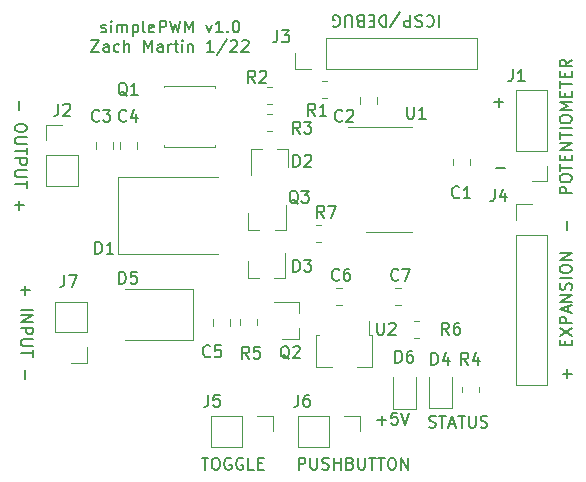
<source format=gto>
G04 #@! TF.GenerationSoftware,KiCad,Pcbnew,5.1.9+dfsg1-1*
G04 #@! TF.CreationDate,2022-01-28T20:29:42-05:00*
G04 #@! TF.ProjectId,simplePWM,73696d70-6c65-4505-974d-2e6b69636164,rev?*
G04 #@! TF.SameCoordinates,Original*
G04 #@! TF.FileFunction,Legend,Top*
G04 #@! TF.FilePolarity,Positive*
%FSLAX46Y46*%
G04 Gerber Fmt 4.6, Leading zero omitted, Abs format (unit mm)*
G04 Created by KiCad (PCBNEW 5.1.9+dfsg1-1) date 2022-01-28 20:29:42*
%MOMM*%
%LPD*%
G01*
G04 APERTURE LIST*
%ADD10C,0.150000*%
%ADD11C,0.120000*%
%ADD12C,3.200000*%
%ADD13O,1.700000X1.700000*%
%ADD14R,1.700000X1.700000*%
%ADD15R,0.800000X0.900000*%
%ADD16C,0.100000*%
%ADD17R,0.900000X1.300000*%
%ADD18R,0.900000X0.800000*%
%ADD19R,2.500000X2.300000*%
%ADD20R,2.500000X3.300000*%
G04 APERTURE END LIST*
D10*
X129270857Y-79462761D02*
X129366095Y-79510380D01*
X129556571Y-79510380D01*
X129651809Y-79462761D01*
X129699428Y-79367523D01*
X129699428Y-79319904D01*
X129651809Y-79224666D01*
X129556571Y-79177047D01*
X129413714Y-79177047D01*
X129318476Y-79129428D01*
X129270857Y-79034190D01*
X129270857Y-78986571D01*
X129318476Y-78891333D01*
X129413714Y-78843714D01*
X129556571Y-78843714D01*
X129651809Y-78891333D01*
X130128000Y-79510380D02*
X130128000Y-78843714D01*
X130128000Y-78510380D02*
X130080380Y-78558000D01*
X130128000Y-78605619D01*
X130175619Y-78558000D01*
X130128000Y-78510380D01*
X130128000Y-78605619D01*
X130604190Y-79510380D02*
X130604190Y-78843714D01*
X130604190Y-78938952D02*
X130651809Y-78891333D01*
X130747047Y-78843714D01*
X130889904Y-78843714D01*
X130985142Y-78891333D01*
X131032761Y-78986571D01*
X131032761Y-79510380D01*
X131032761Y-78986571D02*
X131080380Y-78891333D01*
X131175619Y-78843714D01*
X131318476Y-78843714D01*
X131413714Y-78891333D01*
X131461333Y-78986571D01*
X131461333Y-79510380D01*
X131937523Y-78843714D02*
X131937523Y-79843714D01*
X131937523Y-78891333D02*
X132032761Y-78843714D01*
X132223238Y-78843714D01*
X132318476Y-78891333D01*
X132366095Y-78938952D01*
X132413714Y-79034190D01*
X132413714Y-79319904D01*
X132366095Y-79415142D01*
X132318476Y-79462761D01*
X132223238Y-79510380D01*
X132032761Y-79510380D01*
X131937523Y-79462761D01*
X132985142Y-79510380D02*
X132889904Y-79462761D01*
X132842285Y-79367523D01*
X132842285Y-78510380D01*
X133747047Y-79462761D02*
X133651809Y-79510380D01*
X133461333Y-79510380D01*
X133366095Y-79462761D01*
X133318476Y-79367523D01*
X133318476Y-78986571D01*
X133366095Y-78891333D01*
X133461333Y-78843714D01*
X133651809Y-78843714D01*
X133747047Y-78891333D01*
X133794666Y-78986571D01*
X133794666Y-79081809D01*
X133318476Y-79177047D01*
X134223238Y-79510380D02*
X134223238Y-78510380D01*
X134604190Y-78510380D01*
X134699428Y-78558000D01*
X134747047Y-78605619D01*
X134794666Y-78700857D01*
X134794666Y-78843714D01*
X134747047Y-78938952D01*
X134699428Y-78986571D01*
X134604190Y-79034190D01*
X134223238Y-79034190D01*
X135128000Y-78510380D02*
X135366095Y-79510380D01*
X135556571Y-78796095D01*
X135747047Y-79510380D01*
X135985142Y-78510380D01*
X136366095Y-79510380D02*
X136366095Y-78510380D01*
X136699428Y-79224666D01*
X137032761Y-78510380D01*
X137032761Y-79510380D01*
X138175619Y-78843714D02*
X138413714Y-79510380D01*
X138651809Y-78843714D01*
X139556571Y-79510380D02*
X138985142Y-79510380D01*
X139270857Y-79510380D02*
X139270857Y-78510380D01*
X139175619Y-78653238D01*
X139080380Y-78748476D01*
X138985142Y-78796095D01*
X139985142Y-79415142D02*
X140032761Y-79462761D01*
X139985142Y-79510380D01*
X139937523Y-79462761D01*
X139985142Y-79415142D01*
X139985142Y-79510380D01*
X140651809Y-78510380D02*
X140747047Y-78510380D01*
X140842285Y-78558000D01*
X140889904Y-78605619D01*
X140937523Y-78700857D01*
X140985142Y-78891333D01*
X140985142Y-79129428D01*
X140937523Y-79319904D01*
X140889904Y-79415142D01*
X140842285Y-79462761D01*
X140747047Y-79510380D01*
X140651809Y-79510380D01*
X140556571Y-79462761D01*
X140508952Y-79415142D01*
X140461333Y-79319904D01*
X140413714Y-79129428D01*
X140413714Y-78891333D01*
X140461333Y-78700857D01*
X140508952Y-78605619D01*
X140556571Y-78558000D01*
X140651809Y-78510380D01*
X128437523Y-80160380D02*
X129104190Y-80160380D01*
X128437523Y-81160380D01*
X129104190Y-81160380D01*
X129913714Y-81160380D02*
X129913714Y-80636571D01*
X129866095Y-80541333D01*
X129770857Y-80493714D01*
X129580380Y-80493714D01*
X129485142Y-80541333D01*
X129913714Y-81112761D02*
X129818476Y-81160380D01*
X129580380Y-81160380D01*
X129485142Y-81112761D01*
X129437523Y-81017523D01*
X129437523Y-80922285D01*
X129485142Y-80827047D01*
X129580380Y-80779428D01*
X129818476Y-80779428D01*
X129913714Y-80731809D01*
X130818476Y-81112761D02*
X130723238Y-81160380D01*
X130532761Y-81160380D01*
X130437523Y-81112761D01*
X130389904Y-81065142D01*
X130342285Y-80969904D01*
X130342285Y-80684190D01*
X130389904Y-80588952D01*
X130437523Y-80541333D01*
X130532761Y-80493714D01*
X130723238Y-80493714D01*
X130818476Y-80541333D01*
X131247047Y-81160380D02*
X131247047Y-80160380D01*
X131675619Y-81160380D02*
X131675619Y-80636571D01*
X131628000Y-80541333D01*
X131532761Y-80493714D01*
X131389904Y-80493714D01*
X131294666Y-80541333D01*
X131247047Y-80588952D01*
X132913714Y-81160380D02*
X132913714Y-80160380D01*
X133247047Y-80874666D01*
X133580380Y-80160380D01*
X133580380Y-81160380D01*
X134485142Y-81160380D02*
X134485142Y-80636571D01*
X134437523Y-80541333D01*
X134342285Y-80493714D01*
X134151809Y-80493714D01*
X134056571Y-80541333D01*
X134485142Y-81112761D02*
X134389904Y-81160380D01*
X134151809Y-81160380D01*
X134056571Y-81112761D01*
X134008952Y-81017523D01*
X134008952Y-80922285D01*
X134056571Y-80827047D01*
X134151809Y-80779428D01*
X134389904Y-80779428D01*
X134485142Y-80731809D01*
X134961333Y-81160380D02*
X134961333Y-80493714D01*
X134961333Y-80684190D02*
X135008952Y-80588952D01*
X135056571Y-80541333D01*
X135151809Y-80493714D01*
X135247047Y-80493714D01*
X135437523Y-80493714D02*
X135818476Y-80493714D01*
X135580380Y-80160380D02*
X135580380Y-81017523D01*
X135628000Y-81112761D01*
X135723238Y-81160380D01*
X135818476Y-81160380D01*
X136151809Y-81160380D02*
X136151809Y-80493714D01*
X136151809Y-80160380D02*
X136104190Y-80208000D01*
X136151809Y-80255619D01*
X136199428Y-80208000D01*
X136151809Y-80160380D01*
X136151809Y-80255619D01*
X136628000Y-80493714D02*
X136628000Y-81160380D01*
X136628000Y-80588952D02*
X136675619Y-80541333D01*
X136770857Y-80493714D01*
X136913714Y-80493714D01*
X137008952Y-80541333D01*
X137056571Y-80636571D01*
X137056571Y-81160380D01*
X138818476Y-81160380D02*
X138247047Y-81160380D01*
X138532761Y-81160380D02*
X138532761Y-80160380D01*
X138437523Y-80303238D01*
X138342285Y-80398476D01*
X138247047Y-80446095D01*
X139961333Y-80112761D02*
X139104190Y-81398476D01*
X140247047Y-80255619D02*
X140294666Y-80208000D01*
X140389904Y-80160380D01*
X140628000Y-80160380D01*
X140723238Y-80208000D01*
X140770857Y-80255619D01*
X140818476Y-80350857D01*
X140818476Y-80446095D01*
X140770857Y-80588952D01*
X140199428Y-81160380D01*
X140818476Y-81160380D01*
X141199428Y-80255619D02*
X141247047Y-80208000D01*
X141342285Y-80160380D01*
X141580380Y-80160380D01*
X141675619Y-80208000D01*
X141723238Y-80255619D01*
X141770857Y-80350857D01*
X141770857Y-80446095D01*
X141723238Y-80588952D01*
X141151809Y-81160380D01*
X141770857Y-81160380D01*
X152638285Y-112339428D02*
X153400190Y-112339428D01*
X153019238Y-112720380D02*
X153019238Y-111958476D01*
X154352571Y-111720380D02*
X153876380Y-111720380D01*
X153828761Y-112196571D01*
X153876380Y-112148952D01*
X153971619Y-112101333D01*
X154209714Y-112101333D01*
X154304952Y-112148952D01*
X154352571Y-112196571D01*
X154400190Y-112291809D01*
X154400190Y-112529904D01*
X154352571Y-112625142D01*
X154304952Y-112672761D01*
X154209714Y-112720380D01*
X153971619Y-112720380D01*
X153876380Y-112672761D01*
X153828761Y-112625142D01*
X154685904Y-111720380D02*
X155019238Y-112720380D01*
X155352571Y-111720380D01*
X157035809Y-112926761D02*
X157178666Y-112974380D01*
X157416761Y-112974380D01*
X157512000Y-112926761D01*
X157559619Y-112879142D01*
X157607238Y-112783904D01*
X157607238Y-112688666D01*
X157559619Y-112593428D01*
X157512000Y-112545809D01*
X157416761Y-112498190D01*
X157226285Y-112450571D01*
X157131047Y-112402952D01*
X157083428Y-112355333D01*
X157035809Y-112260095D01*
X157035809Y-112164857D01*
X157083428Y-112069619D01*
X157131047Y-112022000D01*
X157226285Y-111974380D01*
X157464380Y-111974380D01*
X157607238Y-112022000D01*
X157892952Y-111974380D02*
X158464380Y-111974380D01*
X158178666Y-112974380D02*
X158178666Y-111974380D01*
X158750095Y-112688666D02*
X159226285Y-112688666D01*
X158654857Y-112974380D02*
X158988190Y-111974380D01*
X159321523Y-112974380D01*
X159512000Y-111974380D02*
X160083428Y-111974380D01*
X159797714Y-112974380D02*
X159797714Y-111974380D01*
X160416761Y-111974380D02*
X160416761Y-112783904D01*
X160464380Y-112879142D01*
X160512000Y-112926761D01*
X160607238Y-112974380D01*
X160797714Y-112974380D01*
X160892952Y-112926761D01*
X160940571Y-112879142D01*
X160988190Y-112783904D01*
X160988190Y-111974380D01*
X161416761Y-112926761D02*
X161559619Y-112974380D01*
X161797714Y-112974380D01*
X161892952Y-112926761D01*
X161940571Y-112879142D01*
X161988190Y-112783904D01*
X161988190Y-112688666D01*
X161940571Y-112593428D01*
X161892952Y-112545809D01*
X161797714Y-112498190D01*
X161607238Y-112450571D01*
X161512000Y-112402952D01*
X161464380Y-112355333D01*
X161416761Y-112260095D01*
X161416761Y-112164857D01*
X161464380Y-112069619D01*
X161512000Y-112022000D01*
X161607238Y-111974380D01*
X161845333Y-111974380D01*
X161988190Y-112022000D01*
X157892190Y-78033619D02*
X157892190Y-79033619D01*
X156844571Y-78128857D02*
X156892190Y-78081238D01*
X157035047Y-78033619D01*
X157130285Y-78033619D01*
X157273142Y-78081238D01*
X157368380Y-78176476D01*
X157416000Y-78271714D01*
X157463619Y-78462190D01*
X157463619Y-78605047D01*
X157416000Y-78795523D01*
X157368380Y-78890761D01*
X157273142Y-78986000D01*
X157130285Y-79033619D01*
X157035047Y-79033619D01*
X156892190Y-78986000D01*
X156844571Y-78938380D01*
X156463619Y-78081238D02*
X156320761Y-78033619D01*
X156082666Y-78033619D01*
X155987428Y-78081238D01*
X155939809Y-78128857D01*
X155892190Y-78224095D01*
X155892190Y-78319333D01*
X155939809Y-78414571D01*
X155987428Y-78462190D01*
X156082666Y-78509809D01*
X156273142Y-78557428D01*
X156368380Y-78605047D01*
X156416000Y-78652666D01*
X156463619Y-78747904D01*
X156463619Y-78843142D01*
X156416000Y-78938380D01*
X156368380Y-78986000D01*
X156273142Y-79033619D01*
X156035047Y-79033619D01*
X155892190Y-78986000D01*
X155463619Y-78033619D02*
X155463619Y-79033619D01*
X155082666Y-79033619D01*
X154987428Y-78986000D01*
X154939809Y-78938380D01*
X154892190Y-78843142D01*
X154892190Y-78700285D01*
X154939809Y-78605047D01*
X154987428Y-78557428D01*
X155082666Y-78509809D01*
X155463619Y-78509809D01*
X153749333Y-79081238D02*
X154606476Y-77795523D01*
X153416000Y-78033619D02*
X153416000Y-79033619D01*
X153177904Y-79033619D01*
X153035047Y-78986000D01*
X152939809Y-78890761D01*
X152892190Y-78795523D01*
X152844571Y-78605047D01*
X152844571Y-78462190D01*
X152892190Y-78271714D01*
X152939809Y-78176476D01*
X153035047Y-78081238D01*
X153177904Y-78033619D01*
X153416000Y-78033619D01*
X152416000Y-78557428D02*
X152082666Y-78557428D01*
X151939809Y-78033619D02*
X152416000Y-78033619D01*
X152416000Y-79033619D01*
X151939809Y-79033619D01*
X151177904Y-78557428D02*
X151035047Y-78509809D01*
X150987428Y-78462190D01*
X150939809Y-78366952D01*
X150939809Y-78224095D01*
X150987428Y-78128857D01*
X151035047Y-78081238D01*
X151130285Y-78033619D01*
X151511238Y-78033619D01*
X151511238Y-79033619D01*
X151177904Y-79033619D01*
X151082666Y-78986000D01*
X151035047Y-78938380D01*
X150987428Y-78843142D01*
X150987428Y-78747904D01*
X151035047Y-78652666D01*
X151082666Y-78605047D01*
X151177904Y-78557428D01*
X151511238Y-78557428D01*
X150511238Y-79033619D02*
X150511238Y-78224095D01*
X150463619Y-78128857D01*
X150416000Y-78081238D01*
X150320761Y-78033619D01*
X150130285Y-78033619D01*
X150035047Y-78081238D01*
X149987428Y-78128857D01*
X149939809Y-78224095D01*
X149939809Y-79033619D01*
X148939809Y-78986000D02*
X149035047Y-79033619D01*
X149177904Y-79033619D01*
X149320761Y-78986000D01*
X149416000Y-78890761D01*
X149463619Y-78795523D01*
X149511238Y-78605047D01*
X149511238Y-78462190D01*
X149463619Y-78271714D01*
X149416000Y-78176476D01*
X149320761Y-78081238D01*
X149177904Y-78033619D01*
X149082666Y-78033619D01*
X148939809Y-78081238D01*
X148892190Y-78128857D01*
X148892190Y-78462190D01*
X149082666Y-78462190D01*
X168727428Y-108774666D02*
X168727428Y-108012761D01*
X169108380Y-108393714D02*
X168346476Y-108393714D01*
X168584571Y-106012761D02*
X168584571Y-105679428D01*
X169108380Y-105536571D02*
X169108380Y-106012761D01*
X168108380Y-106012761D01*
X168108380Y-105536571D01*
X168108380Y-105203238D02*
X169108380Y-104536571D01*
X168108380Y-104536571D02*
X169108380Y-105203238D01*
X169108380Y-104155619D02*
X168108380Y-104155619D01*
X168108380Y-103774666D01*
X168156000Y-103679428D01*
X168203619Y-103631809D01*
X168298857Y-103584190D01*
X168441714Y-103584190D01*
X168536952Y-103631809D01*
X168584571Y-103679428D01*
X168632190Y-103774666D01*
X168632190Y-104155619D01*
X168822666Y-103203238D02*
X168822666Y-102727047D01*
X169108380Y-103298476D02*
X168108380Y-102965142D01*
X169108380Y-102631809D01*
X169108380Y-102298476D02*
X168108380Y-102298476D01*
X169108380Y-101727047D01*
X168108380Y-101727047D01*
X169060761Y-101298476D02*
X169108380Y-101155619D01*
X169108380Y-100917523D01*
X169060761Y-100822285D01*
X169013142Y-100774666D01*
X168917904Y-100727047D01*
X168822666Y-100727047D01*
X168727428Y-100774666D01*
X168679809Y-100822285D01*
X168632190Y-100917523D01*
X168584571Y-101108000D01*
X168536952Y-101203238D01*
X168489333Y-101250857D01*
X168394095Y-101298476D01*
X168298857Y-101298476D01*
X168203619Y-101250857D01*
X168156000Y-101203238D01*
X168108380Y-101108000D01*
X168108380Y-100869904D01*
X168156000Y-100727047D01*
X169108380Y-100298476D02*
X168108380Y-100298476D01*
X168108380Y-99631809D02*
X168108380Y-99441333D01*
X168156000Y-99346095D01*
X168251238Y-99250857D01*
X168441714Y-99203238D01*
X168775047Y-99203238D01*
X168965523Y-99250857D01*
X169060761Y-99346095D01*
X169108380Y-99441333D01*
X169108380Y-99631809D01*
X169060761Y-99727047D01*
X168965523Y-99822285D01*
X168775047Y-99869904D01*
X168441714Y-99869904D01*
X168251238Y-99822285D01*
X168156000Y-99727047D01*
X168108380Y-99631809D01*
X169108380Y-98774666D02*
X168108380Y-98774666D01*
X169108380Y-98203238D01*
X168108380Y-98203238D01*
X168727428Y-96203238D02*
X168727428Y-95441333D01*
X162560047Y-85415428D02*
X163321952Y-85415428D01*
X162941000Y-85796380D02*
X162941000Y-85034476D01*
X163448952Y-90987571D02*
X162687047Y-90987571D01*
X169108380Y-93145857D02*
X168108380Y-93145857D01*
X168108380Y-92764904D01*
X168156000Y-92669666D01*
X168203619Y-92622047D01*
X168298857Y-92574428D01*
X168441714Y-92574428D01*
X168536952Y-92622047D01*
X168584571Y-92669666D01*
X168632190Y-92764904D01*
X168632190Y-93145857D01*
X168108380Y-91955380D02*
X168108380Y-91764904D01*
X168156000Y-91669666D01*
X168251238Y-91574428D01*
X168441714Y-91526809D01*
X168775047Y-91526809D01*
X168965523Y-91574428D01*
X169060761Y-91669666D01*
X169108380Y-91764904D01*
X169108380Y-91955380D01*
X169060761Y-92050619D01*
X168965523Y-92145857D01*
X168775047Y-92193476D01*
X168441714Y-92193476D01*
X168251238Y-92145857D01*
X168156000Y-92050619D01*
X168108380Y-91955380D01*
X168108380Y-91241095D02*
X168108380Y-90669666D01*
X169108380Y-90955380D02*
X168108380Y-90955380D01*
X168584571Y-90336333D02*
X168584571Y-90003000D01*
X169108380Y-89860142D02*
X169108380Y-90336333D01*
X168108380Y-90336333D01*
X168108380Y-89860142D01*
X169108380Y-89431571D02*
X168108380Y-89431571D01*
X169108380Y-88860142D01*
X168108380Y-88860142D01*
X168108380Y-88526809D02*
X168108380Y-87955380D01*
X169108380Y-88241095D02*
X168108380Y-88241095D01*
X169108380Y-87622047D02*
X168108380Y-87622047D01*
X168108380Y-86955380D02*
X168108380Y-86764904D01*
X168156000Y-86669666D01*
X168251238Y-86574428D01*
X168441714Y-86526809D01*
X168775047Y-86526809D01*
X168965523Y-86574428D01*
X169060761Y-86669666D01*
X169108380Y-86764904D01*
X169108380Y-86955380D01*
X169060761Y-87050619D01*
X168965523Y-87145857D01*
X168775047Y-87193476D01*
X168441714Y-87193476D01*
X168251238Y-87145857D01*
X168156000Y-87050619D01*
X168108380Y-86955380D01*
X169108380Y-86098238D02*
X168108380Y-86098238D01*
X168822666Y-85764904D01*
X168108380Y-85431571D01*
X169108380Y-85431571D01*
X168584571Y-84955380D02*
X168584571Y-84622047D01*
X169108380Y-84479190D02*
X169108380Y-84955380D01*
X168108380Y-84955380D01*
X168108380Y-84479190D01*
X168108380Y-84193476D02*
X168108380Y-83622047D01*
X169108380Y-83907761D02*
X168108380Y-83907761D01*
X168584571Y-83288714D02*
X168584571Y-82955380D01*
X169108380Y-82812523D02*
X169108380Y-83288714D01*
X168108380Y-83288714D01*
X168108380Y-82812523D01*
X169108380Y-81812523D02*
X168632190Y-82145857D01*
X169108380Y-82383952D02*
X168108380Y-82383952D01*
X168108380Y-82003000D01*
X168156000Y-81907761D01*
X168203619Y-81860142D01*
X168298857Y-81812523D01*
X168441714Y-81812523D01*
X168536952Y-81860142D01*
X168584571Y-81907761D01*
X168632190Y-82003000D01*
X168632190Y-82383952D01*
X122356571Y-85320761D02*
X122356571Y-86082666D01*
X122975619Y-87511238D02*
X122975619Y-87701714D01*
X122928000Y-87796952D01*
X122832761Y-87892190D01*
X122642285Y-87939809D01*
X122308952Y-87939809D01*
X122118476Y-87892190D01*
X122023238Y-87796952D01*
X121975619Y-87701714D01*
X121975619Y-87511238D01*
X122023238Y-87416000D01*
X122118476Y-87320761D01*
X122308952Y-87273142D01*
X122642285Y-87273142D01*
X122832761Y-87320761D01*
X122928000Y-87416000D01*
X122975619Y-87511238D01*
X122975619Y-88368380D02*
X122166095Y-88368380D01*
X122070857Y-88416000D01*
X122023238Y-88463619D01*
X121975619Y-88558857D01*
X121975619Y-88749333D01*
X122023238Y-88844571D01*
X122070857Y-88892190D01*
X122166095Y-88939809D01*
X122975619Y-88939809D01*
X122975619Y-89273142D02*
X122975619Y-89844571D01*
X121975619Y-89558857D02*
X122975619Y-89558857D01*
X121975619Y-90177904D02*
X122975619Y-90177904D01*
X122975619Y-90558857D01*
X122928000Y-90654095D01*
X122880380Y-90701714D01*
X122785142Y-90749333D01*
X122642285Y-90749333D01*
X122547047Y-90701714D01*
X122499428Y-90654095D01*
X122451809Y-90558857D01*
X122451809Y-90177904D01*
X122975619Y-91177904D02*
X122166095Y-91177904D01*
X122070857Y-91225523D01*
X122023238Y-91273142D01*
X121975619Y-91368380D01*
X121975619Y-91558857D01*
X122023238Y-91654095D01*
X122070857Y-91701714D01*
X122166095Y-91749333D01*
X122975619Y-91749333D01*
X122975619Y-92082666D02*
X122975619Y-92654095D01*
X121975619Y-92368380D02*
X122975619Y-92368380D01*
X122356571Y-93749333D02*
X122356571Y-94511238D01*
X121975619Y-94130285D02*
X122737523Y-94130285D01*
X122864571Y-100973428D02*
X122864571Y-101735333D01*
X122483619Y-101354380D02*
X123245523Y-101354380D01*
X122483619Y-102973428D02*
X123483619Y-102973428D01*
X122483619Y-103449619D02*
X123483619Y-103449619D01*
X122483619Y-104021047D01*
X123483619Y-104021047D01*
X122483619Y-104497238D02*
X123483619Y-104497238D01*
X123483619Y-104878190D01*
X123436000Y-104973428D01*
X123388380Y-105021047D01*
X123293142Y-105068666D01*
X123150285Y-105068666D01*
X123055047Y-105021047D01*
X123007428Y-104973428D01*
X122959809Y-104878190D01*
X122959809Y-104497238D01*
X123483619Y-105497238D02*
X122674095Y-105497238D01*
X122578857Y-105544857D01*
X122531238Y-105592476D01*
X122483619Y-105687714D01*
X122483619Y-105878190D01*
X122531238Y-105973428D01*
X122578857Y-106021047D01*
X122674095Y-106068666D01*
X123483619Y-106068666D01*
X123483619Y-106402000D02*
X123483619Y-106973428D01*
X122483619Y-106687714D02*
X123483619Y-106687714D01*
X122864571Y-108068666D02*
X122864571Y-108830571D01*
X137795333Y-115530380D02*
X138366761Y-115530380D01*
X138081047Y-116530380D02*
X138081047Y-115530380D01*
X138890571Y-115530380D02*
X139081047Y-115530380D01*
X139176285Y-115578000D01*
X139271523Y-115673238D01*
X139319142Y-115863714D01*
X139319142Y-116197047D01*
X139271523Y-116387523D01*
X139176285Y-116482761D01*
X139081047Y-116530380D01*
X138890571Y-116530380D01*
X138795333Y-116482761D01*
X138700095Y-116387523D01*
X138652476Y-116197047D01*
X138652476Y-115863714D01*
X138700095Y-115673238D01*
X138795333Y-115578000D01*
X138890571Y-115530380D01*
X140271523Y-115578000D02*
X140176285Y-115530380D01*
X140033428Y-115530380D01*
X139890571Y-115578000D01*
X139795333Y-115673238D01*
X139747714Y-115768476D01*
X139700095Y-115958952D01*
X139700095Y-116101809D01*
X139747714Y-116292285D01*
X139795333Y-116387523D01*
X139890571Y-116482761D01*
X140033428Y-116530380D01*
X140128666Y-116530380D01*
X140271523Y-116482761D01*
X140319142Y-116435142D01*
X140319142Y-116101809D01*
X140128666Y-116101809D01*
X141271523Y-115578000D02*
X141176285Y-115530380D01*
X141033428Y-115530380D01*
X140890571Y-115578000D01*
X140795333Y-115673238D01*
X140747714Y-115768476D01*
X140700095Y-115958952D01*
X140700095Y-116101809D01*
X140747714Y-116292285D01*
X140795333Y-116387523D01*
X140890571Y-116482761D01*
X141033428Y-116530380D01*
X141128666Y-116530380D01*
X141271523Y-116482761D01*
X141319142Y-116435142D01*
X141319142Y-116101809D01*
X141128666Y-116101809D01*
X142223904Y-116530380D02*
X141747714Y-116530380D01*
X141747714Y-115530380D01*
X142557238Y-116006571D02*
X142890571Y-116006571D01*
X143033428Y-116530380D02*
X142557238Y-116530380D01*
X142557238Y-115530380D01*
X143033428Y-115530380D01*
X146002952Y-116530380D02*
X146002952Y-115530380D01*
X146383904Y-115530380D01*
X146479142Y-115578000D01*
X146526761Y-115625619D01*
X146574380Y-115720857D01*
X146574380Y-115863714D01*
X146526761Y-115958952D01*
X146479142Y-116006571D01*
X146383904Y-116054190D01*
X146002952Y-116054190D01*
X147002952Y-115530380D02*
X147002952Y-116339904D01*
X147050571Y-116435142D01*
X147098190Y-116482761D01*
X147193428Y-116530380D01*
X147383904Y-116530380D01*
X147479142Y-116482761D01*
X147526761Y-116435142D01*
X147574380Y-116339904D01*
X147574380Y-115530380D01*
X148002952Y-116482761D02*
X148145809Y-116530380D01*
X148383904Y-116530380D01*
X148479142Y-116482761D01*
X148526761Y-116435142D01*
X148574380Y-116339904D01*
X148574380Y-116244666D01*
X148526761Y-116149428D01*
X148479142Y-116101809D01*
X148383904Y-116054190D01*
X148193428Y-116006571D01*
X148098190Y-115958952D01*
X148050571Y-115911333D01*
X148002952Y-115816095D01*
X148002952Y-115720857D01*
X148050571Y-115625619D01*
X148098190Y-115578000D01*
X148193428Y-115530380D01*
X148431523Y-115530380D01*
X148574380Y-115578000D01*
X149002952Y-116530380D02*
X149002952Y-115530380D01*
X149002952Y-116006571D02*
X149574380Y-116006571D01*
X149574380Y-116530380D02*
X149574380Y-115530380D01*
X150383904Y-116006571D02*
X150526761Y-116054190D01*
X150574380Y-116101809D01*
X150622000Y-116197047D01*
X150622000Y-116339904D01*
X150574380Y-116435142D01*
X150526761Y-116482761D01*
X150431523Y-116530380D01*
X150050571Y-116530380D01*
X150050571Y-115530380D01*
X150383904Y-115530380D01*
X150479142Y-115578000D01*
X150526761Y-115625619D01*
X150574380Y-115720857D01*
X150574380Y-115816095D01*
X150526761Y-115911333D01*
X150479142Y-115958952D01*
X150383904Y-116006571D01*
X150050571Y-116006571D01*
X151050571Y-115530380D02*
X151050571Y-116339904D01*
X151098190Y-116435142D01*
X151145809Y-116482761D01*
X151241047Y-116530380D01*
X151431523Y-116530380D01*
X151526761Y-116482761D01*
X151574380Y-116435142D01*
X151622000Y-116339904D01*
X151622000Y-115530380D01*
X151955333Y-115530380D02*
X152526761Y-115530380D01*
X152241047Y-116530380D02*
X152241047Y-115530380D01*
X152717238Y-115530380D02*
X153288666Y-115530380D01*
X153002952Y-116530380D02*
X153002952Y-115530380D01*
X153812476Y-115530380D02*
X154002952Y-115530380D01*
X154098190Y-115578000D01*
X154193428Y-115673238D01*
X154241047Y-115863714D01*
X154241047Y-116197047D01*
X154193428Y-116387523D01*
X154098190Y-116482761D01*
X154002952Y-116530380D01*
X153812476Y-116530380D01*
X153717238Y-116482761D01*
X153622000Y-116387523D01*
X153574380Y-116197047D01*
X153574380Y-115863714D01*
X153622000Y-115673238D01*
X153717238Y-115578000D01*
X153812476Y-115530380D01*
X154669619Y-116530380D02*
X154669619Y-115530380D01*
X155241047Y-116530380D01*
X155241047Y-115530380D01*
D11*
X128076000Y-102302000D02*
X125416000Y-102302000D01*
X128076000Y-104902000D02*
X128076000Y-102302000D01*
X125416000Y-104902000D02*
X125416000Y-102302000D01*
X128076000Y-104902000D02*
X125416000Y-104902000D01*
X128076000Y-106172000D02*
X128076000Y-107502000D01*
X128076000Y-107502000D02*
X126746000Y-107502000D01*
X141676000Y-100328000D02*
X142606000Y-100328000D01*
X144836000Y-100328000D02*
X143906000Y-100328000D01*
X144836000Y-100328000D02*
X144836000Y-98168000D01*
X141676000Y-100328000D02*
X141676000Y-98868000D01*
X145090000Y-89410000D02*
X144160000Y-89410000D01*
X141930000Y-89410000D02*
X142860000Y-89410000D01*
X141930000Y-89410000D02*
X141930000Y-91570000D01*
X145090000Y-89410000D02*
X145090000Y-90870000D01*
X148810000Y-107832000D02*
X147500000Y-107832000D01*
X147500000Y-107832000D02*
X147500000Y-105112000D01*
X151990000Y-103972000D02*
X151990000Y-105112000D01*
X152220000Y-107832000D02*
X150910000Y-107832000D01*
X152220000Y-105112000D02*
X152220000Y-107832000D01*
X152220000Y-105112000D02*
X151990000Y-105112000D01*
X147500000Y-105112000D02*
X147730000Y-105112000D01*
X153670000Y-96383000D02*
X155620000Y-96383000D01*
X153670000Y-96383000D02*
X151720000Y-96383000D01*
X153670000Y-87513000D02*
X155620000Y-87513000D01*
X153670000Y-87513000D02*
X150220000Y-87513000D01*
X147904564Y-97255000D02*
X147450436Y-97255000D01*
X147904564Y-95785000D02*
X147450436Y-95785000D01*
X155728936Y-103913000D02*
X156183064Y-103913000D01*
X155728936Y-105383000D02*
X156183064Y-105383000D01*
X140997000Y-104263564D02*
X140997000Y-103809436D01*
X142467000Y-104263564D02*
X142467000Y-103809436D01*
X159793000Y-109955064D02*
X159793000Y-109500936D01*
X161263000Y-109955064D02*
X161263000Y-109500936D01*
X143282936Y-86387000D02*
X143737064Y-86387000D01*
X143282936Y-87857000D02*
X143737064Y-87857000D01*
X143737064Y-85571000D02*
X143282936Y-85571000D01*
X143737064Y-84101000D02*
X143282936Y-84101000D01*
X148412564Y-85063000D02*
X147958436Y-85063000D01*
X148412564Y-83593000D02*
X147958436Y-83593000D01*
X141742000Y-96248000D02*
X142672000Y-96248000D01*
X144902000Y-96248000D02*
X143972000Y-96248000D01*
X144902000Y-96248000D02*
X144902000Y-94088000D01*
X141742000Y-96248000D02*
X141742000Y-94788000D01*
X146048000Y-105466000D02*
X146048000Y-104536000D01*
X146048000Y-102306000D02*
X146048000Y-103236000D01*
X146048000Y-102306000D02*
X143888000Y-102306000D01*
X146048000Y-105466000D02*
X144588000Y-105466000D01*
X138894000Y-84214000D02*
X138894000Y-84014000D01*
X138894000Y-84014000D02*
X134594000Y-84014000D01*
X134594000Y-84014000D02*
X134594000Y-84164000D01*
X134594000Y-89064000D02*
X134594000Y-89214000D01*
X134594000Y-89214000D02*
X138894000Y-89214000D01*
X138894000Y-89214000D02*
X138894000Y-89014000D01*
X145990000Y-111954000D02*
X145990000Y-114614000D01*
X148590000Y-111954000D02*
X145990000Y-111954000D01*
X148590000Y-114614000D02*
X145990000Y-114614000D01*
X148590000Y-111954000D02*
X148590000Y-114614000D01*
X149860000Y-111954000D02*
X151190000Y-111954000D01*
X151190000Y-111954000D02*
X151190000Y-113284000D01*
X138624000Y-111954000D02*
X138624000Y-114614000D01*
X141224000Y-111954000D02*
X138624000Y-111954000D01*
X141224000Y-114614000D02*
X138624000Y-114614000D01*
X141224000Y-111954000D02*
X141224000Y-114614000D01*
X142494000Y-111954000D02*
X143824000Y-111954000D01*
X143824000Y-111954000D02*
X143824000Y-113284000D01*
X164405000Y-109407000D02*
X167065000Y-109407000D01*
X164405000Y-96647000D02*
X164405000Y-109407000D01*
X167065000Y-96647000D02*
X167065000Y-109407000D01*
X164405000Y-96647000D02*
X167065000Y-96647000D01*
X164405000Y-95377000D02*
X164405000Y-94047000D01*
X164405000Y-94047000D02*
X165735000Y-94047000D01*
X161096000Y-82610000D02*
X161096000Y-79950000D01*
X148336000Y-82610000D02*
X161096000Y-82610000D01*
X148336000Y-79950000D02*
X161096000Y-79950000D01*
X148336000Y-82610000D02*
X148336000Y-79950000D01*
X147066000Y-82610000D02*
X145736000Y-82610000D01*
X145736000Y-82610000D02*
X145736000Y-81280000D01*
X124654000Y-92516000D02*
X127314000Y-92516000D01*
X124654000Y-89916000D02*
X124654000Y-92516000D01*
X127314000Y-89916000D02*
X127314000Y-92516000D01*
X124654000Y-89916000D02*
X127314000Y-89916000D01*
X124654000Y-88646000D02*
X124654000Y-87316000D01*
X124654000Y-87316000D02*
X125984000Y-87316000D01*
X167065000Y-84395000D02*
X164405000Y-84395000D01*
X167065000Y-89535000D02*
X167065000Y-84395000D01*
X164405000Y-89535000D02*
X164405000Y-84395000D01*
X167065000Y-89535000D02*
X164405000Y-89535000D01*
X167065000Y-90805000D02*
X167065000Y-92135000D01*
X167065000Y-92135000D02*
X165735000Y-92135000D01*
X153980000Y-108728000D02*
X153980000Y-111413000D01*
X153980000Y-111413000D02*
X155900000Y-111413000D01*
X155900000Y-111413000D02*
X155900000Y-108728000D01*
X137018000Y-105528000D02*
X137018000Y-101228000D01*
X137018000Y-101228000D02*
X131318000Y-101228000D01*
X137018000Y-105528000D02*
X131318000Y-105528000D01*
X157028000Y-108649500D02*
X157028000Y-111334500D01*
X157028000Y-111334500D02*
X158948000Y-111334500D01*
X158948000Y-111334500D02*
X158948000Y-108649500D01*
X130738000Y-98246000D02*
X130738000Y-91746000D01*
X130738000Y-98246000D02*
X139138000Y-98246000D01*
X130738000Y-91746000D02*
X139138000Y-91746000D01*
X154693252Y-102589000D02*
X154170748Y-102589000D01*
X154693252Y-101119000D02*
X154170748Y-101119000D01*
X149156748Y-101119000D02*
X149679252Y-101119000D01*
X149156748Y-102589000D02*
X149679252Y-102589000D01*
X138711000Y-104335252D02*
X138711000Y-103812748D01*
X140181000Y-104335252D02*
X140181000Y-103812748D01*
X130837000Y-89349252D02*
X130837000Y-88826748D01*
X132307000Y-89349252D02*
X132307000Y-88826748D01*
X128805000Y-89349252D02*
X128805000Y-88826748D01*
X130275000Y-89349252D02*
X130275000Y-88826748D01*
X151157000Y-85539252D02*
X151157000Y-85016748D01*
X152627000Y-85539252D02*
X152627000Y-85016748D01*
X159031000Y-90751252D02*
X159031000Y-90228748D01*
X160501000Y-90751252D02*
X160501000Y-90228748D01*
D10*
X126158666Y-100036380D02*
X126158666Y-100750666D01*
X126111047Y-100893523D01*
X126015809Y-100988761D01*
X125872952Y-101036380D01*
X125777714Y-101036380D01*
X126539619Y-100036380D02*
X127206285Y-100036380D01*
X126777714Y-101036380D01*
X145565904Y-99766380D02*
X145565904Y-98766380D01*
X145804000Y-98766380D01*
X145946857Y-98814000D01*
X146042095Y-98909238D01*
X146089714Y-99004476D01*
X146137333Y-99194952D01*
X146137333Y-99337809D01*
X146089714Y-99528285D01*
X146042095Y-99623523D01*
X145946857Y-99718761D01*
X145804000Y-99766380D01*
X145565904Y-99766380D01*
X146470666Y-98766380D02*
X147089714Y-98766380D01*
X146756380Y-99147333D01*
X146899238Y-99147333D01*
X146994476Y-99194952D01*
X147042095Y-99242571D01*
X147089714Y-99337809D01*
X147089714Y-99575904D01*
X147042095Y-99671142D01*
X146994476Y-99718761D01*
X146899238Y-99766380D01*
X146613523Y-99766380D01*
X146518285Y-99718761D01*
X146470666Y-99671142D01*
X145565904Y-90876380D02*
X145565904Y-89876380D01*
X145804000Y-89876380D01*
X145946857Y-89924000D01*
X146042095Y-90019238D01*
X146089714Y-90114476D01*
X146137333Y-90304952D01*
X146137333Y-90447809D01*
X146089714Y-90638285D01*
X146042095Y-90733523D01*
X145946857Y-90828761D01*
X145804000Y-90876380D01*
X145565904Y-90876380D01*
X146518285Y-89971619D02*
X146565904Y-89924000D01*
X146661142Y-89876380D01*
X146899238Y-89876380D01*
X146994476Y-89924000D01*
X147042095Y-89971619D01*
X147089714Y-90066857D01*
X147089714Y-90162095D01*
X147042095Y-90304952D01*
X146470666Y-90876380D01*
X147089714Y-90876380D01*
X152654095Y-104100380D02*
X152654095Y-104909904D01*
X152701714Y-105005142D01*
X152749333Y-105052761D01*
X152844571Y-105100380D01*
X153035047Y-105100380D01*
X153130285Y-105052761D01*
X153177904Y-105005142D01*
X153225523Y-104909904D01*
X153225523Y-104100380D01*
X153654095Y-104195619D02*
X153701714Y-104148000D01*
X153796952Y-104100380D01*
X154035047Y-104100380D01*
X154130285Y-104148000D01*
X154177904Y-104195619D01*
X154225523Y-104290857D01*
X154225523Y-104386095D01*
X154177904Y-104528952D01*
X153606476Y-105100380D01*
X154225523Y-105100380D01*
X155194095Y-85812380D02*
X155194095Y-86621904D01*
X155241714Y-86717142D01*
X155289333Y-86764761D01*
X155384571Y-86812380D01*
X155575047Y-86812380D01*
X155670285Y-86764761D01*
X155717904Y-86717142D01*
X155765523Y-86621904D01*
X155765523Y-85812380D01*
X156765523Y-86812380D02*
X156194095Y-86812380D01*
X156479809Y-86812380D02*
X156479809Y-85812380D01*
X156384571Y-85955238D01*
X156289333Y-86050476D01*
X156194095Y-86098095D01*
X148169333Y-95194380D02*
X147836000Y-94718190D01*
X147597904Y-95194380D02*
X147597904Y-94194380D01*
X147978857Y-94194380D01*
X148074095Y-94242000D01*
X148121714Y-94289619D01*
X148169333Y-94384857D01*
X148169333Y-94527714D01*
X148121714Y-94622952D01*
X148074095Y-94670571D01*
X147978857Y-94718190D01*
X147597904Y-94718190D01*
X148502666Y-94194380D02*
X149169333Y-94194380D01*
X148740761Y-95194380D01*
X158733833Y-105100380D02*
X158400500Y-104624190D01*
X158162404Y-105100380D02*
X158162404Y-104100380D01*
X158543357Y-104100380D01*
X158638595Y-104148000D01*
X158686214Y-104195619D01*
X158733833Y-104290857D01*
X158733833Y-104433714D01*
X158686214Y-104528952D01*
X158638595Y-104576571D01*
X158543357Y-104624190D01*
X158162404Y-104624190D01*
X159590976Y-104100380D02*
X159400500Y-104100380D01*
X159305261Y-104148000D01*
X159257642Y-104195619D01*
X159162404Y-104338476D01*
X159114785Y-104528952D01*
X159114785Y-104909904D01*
X159162404Y-105005142D01*
X159210023Y-105052761D01*
X159305261Y-105100380D01*
X159495738Y-105100380D01*
X159590976Y-105052761D01*
X159638595Y-105005142D01*
X159686214Y-104909904D01*
X159686214Y-104671809D01*
X159638595Y-104576571D01*
X159590976Y-104528952D01*
X159495738Y-104481333D01*
X159305261Y-104481333D01*
X159210023Y-104528952D01*
X159162404Y-104576571D01*
X159114785Y-104671809D01*
X141819333Y-107132380D02*
X141486000Y-106656190D01*
X141247904Y-107132380D02*
X141247904Y-106132380D01*
X141628857Y-106132380D01*
X141724095Y-106180000D01*
X141771714Y-106227619D01*
X141819333Y-106322857D01*
X141819333Y-106465714D01*
X141771714Y-106560952D01*
X141724095Y-106608571D01*
X141628857Y-106656190D01*
X141247904Y-106656190D01*
X142724095Y-106132380D02*
X142247904Y-106132380D01*
X142200285Y-106608571D01*
X142247904Y-106560952D01*
X142343142Y-106513333D01*
X142581238Y-106513333D01*
X142676476Y-106560952D01*
X142724095Y-106608571D01*
X142771714Y-106703809D01*
X142771714Y-106941904D01*
X142724095Y-107037142D01*
X142676476Y-107084761D01*
X142581238Y-107132380D01*
X142343142Y-107132380D01*
X142247904Y-107084761D01*
X142200285Y-107037142D01*
X160361333Y-107640380D02*
X160028000Y-107164190D01*
X159789904Y-107640380D02*
X159789904Y-106640380D01*
X160170857Y-106640380D01*
X160266095Y-106688000D01*
X160313714Y-106735619D01*
X160361333Y-106830857D01*
X160361333Y-106973714D01*
X160313714Y-107068952D01*
X160266095Y-107116571D01*
X160170857Y-107164190D01*
X159789904Y-107164190D01*
X161218476Y-106973714D02*
X161218476Y-107640380D01*
X160980380Y-106592761D02*
X160742285Y-107307047D01*
X161361333Y-107307047D01*
X146137333Y-88082380D02*
X145804000Y-87606190D01*
X145565904Y-88082380D02*
X145565904Y-87082380D01*
X145946857Y-87082380D01*
X146042095Y-87130000D01*
X146089714Y-87177619D01*
X146137333Y-87272857D01*
X146137333Y-87415714D01*
X146089714Y-87510952D01*
X146042095Y-87558571D01*
X145946857Y-87606190D01*
X145565904Y-87606190D01*
X146470666Y-87082380D02*
X147089714Y-87082380D01*
X146756380Y-87463333D01*
X146899238Y-87463333D01*
X146994476Y-87510952D01*
X147042095Y-87558571D01*
X147089714Y-87653809D01*
X147089714Y-87891904D01*
X147042095Y-87987142D01*
X146994476Y-88034761D01*
X146899238Y-88082380D01*
X146613523Y-88082380D01*
X146518285Y-88034761D01*
X146470666Y-87987142D01*
X142327333Y-83764380D02*
X141994000Y-83288190D01*
X141755904Y-83764380D02*
X141755904Y-82764380D01*
X142136857Y-82764380D01*
X142232095Y-82812000D01*
X142279714Y-82859619D01*
X142327333Y-82954857D01*
X142327333Y-83097714D01*
X142279714Y-83192952D01*
X142232095Y-83240571D01*
X142136857Y-83288190D01*
X141755904Y-83288190D01*
X142708285Y-82859619D02*
X142755904Y-82812000D01*
X142851142Y-82764380D01*
X143089238Y-82764380D01*
X143184476Y-82812000D01*
X143232095Y-82859619D01*
X143279714Y-82954857D01*
X143279714Y-83050095D01*
X143232095Y-83192952D01*
X142660666Y-83764380D01*
X143279714Y-83764380D01*
X147407333Y-86558380D02*
X147074000Y-86082190D01*
X146835904Y-86558380D02*
X146835904Y-85558380D01*
X147216857Y-85558380D01*
X147312095Y-85606000D01*
X147359714Y-85653619D01*
X147407333Y-85748857D01*
X147407333Y-85891714D01*
X147359714Y-85986952D01*
X147312095Y-86034571D01*
X147216857Y-86082190D01*
X146835904Y-86082190D01*
X148359714Y-86558380D02*
X147788285Y-86558380D01*
X148074000Y-86558380D02*
X148074000Y-85558380D01*
X147978761Y-85701238D01*
X147883523Y-85796476D01*
X147788285Y-85844095D01*
X145954761Y-94019619D02*
X145859523Y-93972000D01*
X145764285Y-93876761D01*
X145621428Y-93733904D01*
X145526190Y-93686285D01*
X145430952Y-93686285D01*
X145478571Y-93924380D02*
X145383333Y-93876761D01*
X145288095Y-93781523D01*
X145240476Y-93591047D01*
X145240476Y-93257714D01*
X145288095Y-93067238D01*
X145383333Y-92972000D01*
X145478571Y-92924380D01*
X145669047Y-92924380D01*
X145764285Y-92972000D01*
X145859523Y-93067238D01*
X145907142Y-93257714D01*
X145907142Y-93591047D01*
X145859523Y-93781523D01*
X145764285Y-93876761D01*
X145669047Y-93924380D01*
X145478571Y-93924380D01*
X146240476Y-92924380D02*
X146859523Y-92924380D01*
X146526190Y-93305333D01*
X146669047Y-93305333D01*
X146764285Y-93352952D01*
X146811904Y-93400571D01*
X146859523Y-93495809D01*
X146859523Y-93733904D01*
X146811904Y-93829142D01*
X146764285Y-93876761D01*
X146669047Y-93924380D01*
X146383333Y-93924380D01*
X146288095Y-93876761D01*
X146240476Y-93829142D01*
X145208761Y-107161619D02*
X145113523Y-107114000D01*
X145018285Y-107018761D01*
X144875428Y-106875904D01*
X144780190Y-106828285D01*
X144684952Y-106828285D01*
X144732571Y-107066380D02*
X144637333Y-107018761D01*
X144542095Y-106923523D01*
X144494476Y-106733047D01*
X144494476Y-106399714D01*
X144542095Y-106209238D01*
X144637333Y-106114000D01*
X144732571Y-106066380D01*
X144923047Y-106066380D01*
X145018285Y-106114000D01*
X145113523Y-106209238D01*
X145161142Y-106399714D01*
X145161142Y-106733047D01*
X145113523Y-106923523D01*
X145018285Y-107018761D01*
X144923047Y-107066380D01*
X144732571Y-107066380D01*
X145542095Y-106161619D02*
X145589714Y-106114000D01*
X145684952Y-106066380D01*
X145923047Y-106066380D01*
X146018285Y-106114000D01*
X146065904Y-106161619D01*
X146113523Y-106256857D01*
X146113523Y-106352095D01*
X146065904Y-106494952D01*
X145494476Y-107066380D01*
X146113523Y-107066380D01*
X131476761Y-84875619D02*
X131381523Y-84828000D01*
X131286285Y-84732761D01*
X131143428Y-84589904D01*
X131048190Y-84542285D01*
X130952952Y-84542285D01*
X131000571Y-84780380D02*
X130905333Y-84732761D01*
X130810095Y-84637523D01*
X130762476Y-84447047D01*
X130762476Y-84113714D01*
X130810095Y-83923238D01*
X130905333Y-83828000D01*
X131000571Y-83780380D01*
X131191047Y-83780380D01*
X131286285Y-83828000D01*
X131381523Y-83923238D01*
X131429142Y-84113714D01*
X131429142Y-84447047D01*
X131381523Y-84637523D01*
X131286285Y-84732761D01*
X131191047Y-84780380D01*
X131000571Y-84780380D01*
X132381523Y-84780380D02*
X131810095Y-84780380D01*
X132095809Y-84780380D02*
X132095809Y-83780380D01*
X132000571Y-83923238D01*
X131905333Y-84018476D01*
X131810095Y-84066095D01*
X145970666Y-110196380D02*
X145970666Y-110910666D01*
X145923047Y-111053523D01*
X145827809Y-111148761D01*
X145684952Y-111196380D01*
X145589714Y-111196380D01*
X146875428Y-110196380D02*
X146684952Y-110196380D01*
X146589714Y-110244000D01*
X146542095Y-110291619D01*
X146446857Y-110434476D01*
X146399238Y-110624952D01*
X146399238Y-111005904D01*
X146446857Y-111101142D01*
X146494476Y-111148761D01*
X146589714Y-111196380D01*
X146780190Y-111196380D01*
X146875428Y-111148761D01*
X146923047Y-111101142D01*
X146970666Y-111005904D01*
X146970666Y-110767809D01*
X146923047Y-110672571D01*
X146875428Y-110624952D01*
X146780190Y-110577333D01*
X146589714Y-110577333D01*
X146494476Y-110624952D01*
X146446857Y-110672571D01*
X146399238Y-110767809D01*
X138350666Y-110196380D02*
X138350666Y-110910666D01*
X138303047Y-111053523D01*
X138207809Y-111148761D01*
X138064952Y-111196380D01*
X137969714Y-111196380D01*
X139303047Y-110196380D02*
X138826857Y-110196380D01*
X138779238Y-110672571D01*
X138826857Y-110624952D01*
X138922095Y-110577333D01*
X139160190Y-110577333D01*
X139255428Y-110624952D01*
X139303047Y-110672571D01*
X139350666Y-110767809D01*
X139350666Y-111005904D01*
X139303047Y-111101142D01*
X139255428Y-111148761D01*
X139160190Y-111196380D01*
X138922095Y-111196380D01*
X138826857Y-111148761D01*
X138779238Y-111101142D01*
X162607666Y-92797380D02*
X162607666Y-93511666D01*
X162560047Y-93654523D01*
X162464809Y-93749761D01*
X162321952Y-93797380D01*
X162226714Y-93797380D01*
X163512428Y-93130714D02*
X163512428Y-93797380D01*
X163274333Y-92749761D02*
X163036238Y-93464047D01*
X163655285Y-93464047D01*
X144192666Y-79335380D02*
X144192666Y-80049666D01*
X144145047Y-80192523D01*
X144049809Y-80287761D01*
X143906952Y-80335380D01*
X143811714Y-80335380D01*
X144573619Y-79335380D02*
X145192666Y-79335380D01*
X144859333Y-79716333D01*
X145002190Y-79716333D01*
X145097428Y-79763952D01*
X145145047Y-79811571D01*
X145192666Y-79906809D01*
X145192666Y-80144904D01*
X145145047Y-80240142D01*
X145097428Y-80287761D01*
X145002190Y-80335380D01*
X144716476Y-80335380D01*
X144621238Y-80287761D01*
X144573619Y-80240142D01*
X125650666Y-85558380D02*
X125650666Y-86272666D01*
X125603047Y-86415523D01*
X125507809Y-86510761D01*
X125364952Y-86558380D01*
X125269714Y-86558380D01*
X126079238Y-85653619D02*
X126126857Y-85606000D01*
X126222095Y-85558380D01*
X126460190Y-85558380D01*
X126555428Y-85606000D01*
X126603047Y-85653619D01*
X126650666Y-85748857D01*
X126650666Y-85844095D01*
X126603047Y-85986952D01*
X126031619Y-86558380D01*
X126650666Y-86558380D01*
X164131666Y-82637380D02*
X164131666Y-83351666D01*
X164084047Y-83494523D01*
X163988809Y-83589761D01*
X163845952Y-83637380D01*
X163750714Y-83637380D01*
X165131666Y-83637380D02*
X164560238Y-83637380D01*
X164845952Y-83637380D02*
X164845952Y-82637380D01*
X164750714Y-82780238D01*
X164655476Y-82875476D01*
X164560238Y-82923095D01*
X154201904Y-107464880D02*
X154201904Y-106464880D01*
X154440000Y-106464880D01*
X154582857Y-106512500D01*
X154678095Y-106607738D01*
X154725714Y-106702976D01*
X154773333Y-106893452D01*
X154773333Y-107036309D01*
X154725714Y-107226785D01*
X154678095Y-107322023D01*
X154582857Y-107417261D01*
X154440000Y-107464880D01*
X154201904Y-107464880D01*
X155630476Y-106464880D02*
X155440000Y-106464880D01*
X155344761Y-106512500D01*
X155297142Y-106560119D01*
X155201904Y-106702976D01*
X155154285Y-106893452D01*
X155154285Y-107274404D01*
X155201904Y-107369642D01*
X155249523Y-107417261D01*
X155344761Y-107464880D01*
X155535238Y-107464880D01*
X155630476Y-107417261D01*
X155678095Y-107369642D01*
X155725714Y-107274404D01*
X155725714Y-107036309D01*
X155678095Y-106941071D01*
X155630476Y-106893452D01*
X155535238Y-106845833D01*
X155344761Y-106845833D01*
X155249523Y-106893452D01*
X155201904Y-106941071D01*
X155154285Y-107036309D01*
X130815904Y-100782380D02*
X130815904Y-99782380D01*
X131054000Y-99782380D01*
X131196857Y-99830000D01*
X131292095Y-99925238D01*
X131339714Y-100020476D01*
X131387333Y-100210952D01*
X131387333Y-100353809D01*
X131339714Y-100544285D01*
X131292095Y-100639523D01*
X131196857Y-100734761D01*
X131054000Y-100782380D01*
X130815904Y-100782380D01*
X132292095Y-99782380D02*
X131815904Y-99782380D01*
X131768285Y-100258571D01*
X131815904Y-100210952D01*
X131911142Y-100163333D01*
X132149238Y-100163333D01*
X132244476Y-100210952D01*
X132292095Y-100258571D01*
X132339714Y-100353809D01*
X132339714Y-100591904D01*
X132292095Y-100687142D01*
X132244476Y-100734761D01*
X132149238Y-100782380D01*
X131911142Y-100782380D01*
X131815904Y-100734761D01*
X131768285Y-100687142D01*
X157249904Y-107640380D02*
X157249904Y-106640380D01*
X157488000Y-106640380D01*
X157630857Y-106688000D01*
X157726095Y-106783238D01*
X157773714Y-106878476D01*
X157821333Y-107068952D01*
X157821333Y-107211809D01*
X157773714Y-107402285D01*
X157726095Y-107497523D01*
X157630857Y-107592761D01*
X157488000Y-107640380D01*
X157249904Y-107640380D01*
X158678476Y-106973714D02*
X158678476Y-107640380D01*
X158440380Y-106592761D02*
X158202285Y-107307047D01*
X158821333Y-107307047D01*
X128801904Y-98242380D02*
X128801904Y-97242380D01*
X129040000Y-97242380D01*
X129182857Y-97290000D01*
X129278095Y-97385238D01*
X129325714Y-97480476D01*
X129373333Y-97670952D01*
X129373333Y-97813809D01*
X129325714Y-98004285D01*
X129278095Y-98099523D01*
X129182857Y-98194761D01*
X129040000Y-98242380D01*
X128801904Y-98242380D01*
X130325714Y-98242380D02*
X129754285Y-98242380D01*
X130040000Y-98242380D02*
X130040000Y-97242380D01*
X129944761Y-97385238D01*
X129849523Y-97480476D01*
X129754285Y-97528095D01*
X154453333Y-100433142D02*
X154405714Y-100480761D01*
X154262857Y-100528380D01*
X154167619Y-100528380D01*
X154024761Y-100480761D01*
X153929523Y-100385523D01*
X153881904Y-100290285D01*
X153834285Y-100099809D01*
X153834285Y-99956952D01*
X153881904Y-99766476D01*
X153929523Y-99671238D01*
X154024761Y-99576000D01*
X154167619Y-99528380D01*
X154262857Y-99528380D01*
X154405714Y-99576000D01*
X154453333Y-99623619D01*
X154786666Y-99528380D02*
X155453333Y-99528380D01*
X155024761Y-100528380D01*
X149439333Y-100433142D02*
X149391714Y-100480761D01*
X149248857Y-100528380D01*
X149153619Y-100528380D01*
X149010761Y-100480761D01*
X148915523Y-100385523D01*
X148867904Y-100290285D01*
X148820285Y-100099809D01*
X148820285Y-99956952D01*
X148867904Y-99766476D01*
X148915523Y-99671238D01*
X149010761Y-99576000D01*
X149153619Y-99528380D01*
X149248857Y-99528380D01*
X149391714Y-99576000D01*
X149439333Y-99623619D01*
X150296476Y-99528380D02*
X150106000Y-99528380D01*
X150010761Y-99576000D01*
X149963142Y-99623619D01*
X149867904Y-99766476D01*
X149820285Y-99956952D01*
X149820285Y-100337904D01*
X149867904Y-100433142D01*
X149915523Y-100480761D01*
X150010761Y-100528380D01*
X150201238Y-100528380D01*
X150296476Y-100480761D01*
X150344095Y-100433142D01*
X150391714Y-100337904D01*
X150391714Y-100099809D01*
X150344095Y-100004571D01*
X150296476Y-99956952D01*
X150201238Y-99909333D01*
X150010761Y-99909333D01*
X149915523Y-99956952D01*
X149867904Y-100004571D01*
X149820285Y-100099809D01*
X138517333Y-106905142D02*
X138469714Y-106952761D01*
X138326857Y-107000380D01*
X138231619Y-107000380D01*
X138088761Y-106952761D01*
X137993523Y-106857523D01*
X137945904Y-106762285D01*
X137898285Y-106571809D01*
X137898285Y-106428952D01*
X137945904Y-106238476D01*
X137993523Y-106143238D01*
X138088761Y-106048000D01*
X138231619Y-106000380D01*
X138326857Y-106000380D01*
X138469714Y-106048000D01*
X138517333Y-106095619D01*
X139422095Y-106000380D02*
X138945904Y-106000380D01*
X138898285Y-106476571D01*
X138945904Y-106428952D01*
X139041142Y-106381333D01*
X139279238Y-106381333D01*
X139374476Y-106428952D01*
X139422095Y-106476571D01*
X139469714Y-106571809D01*
X139469714Y-106809904D01*
X139422095Y-106905142D01*
X139374476Y-106952761D01*
X139279238Y-107000380D01*
X139041142Y-107000380D01*
X138945904Y-106952761D01*
X138898285Y-106905142D01*
X131405333Y-86971142D02*
X131357714Y-87018761D01*
X131214857Y-87066380D01*
X131119619Y-87066380D01*
X130976761Y-87018761D01*
X130881523Y-86923523D01*
X130833904Y-86828285D01*
X130786285Y-86637809D01*
X130786285Y-86494952D01*
X130833904Y-86304476D01*
X130881523Y-86209238D01*
X130976761Y-86114000D01*
X131119619Y-86066380D01*
X131214857Y-86066380D01*
X131357714Y-86114000D01*
X131405333Y-86161619D01*
X132262476Y-86399714D02*
X132262476Y-87066380D01*
X132024380Y-86018761D02*
X131786285Y-86733047D01*
X132405333Y-86733047D01*
X129119333Y-86971142D02*
X129071714Y-87018761D01*
X128928857Y-87066380D01*
X128833619Y-87066380D01*
X128690761Y-87018761D01*
X128595523Y-86923523D01*
X128547904Y-86828285D01*
X128500285Y-86637809D01*
X128500285Y-86494952D01*
X128547904Y-86304476D01*
X128595523Y-86209238D01*
X128690761Y-86114000D01*
X128833619Y-86066380D01*
X128928857Y-86066380D01*
X129071714Y-86114000D01*
X129119333Y-86161619D01*
X129452666Y-86066380D02*
X130071714Y-86066380D01*
X129738380Y-86447333D01*
X129881238Y-86447333D01*
X129976476Y-86494952D01*
X130024095Y-86542571D01*
X130071714Y-86637809D01*
X130071714Y-86875904D01*
X130024095Y-86971142D01*
X129976476Y-87018761D01*
X129881238Y-87066380D01*
X129595523Y-87066380D01*
X129500285Y-87018761D01*
X129452666Y-86971142D01*
X149693333Y-86971142D02*
X149645714Y-87018761D01*
X149502857Y-87066380D01*
X149407619Y-87066380D01*
X149264761Y-87018761D01*
X149169523Y-86923523D01*
X149121904Y-86828285D01*
X149074285Y-86637809D01*
X149074285Y-86494952D01*
X149121904Y-86304476D01*
X149169523Y-86209238D01*
X149264761Y-86114000D01*
X149407619Y-86066380D01*
X149502857Y-86066380D01*
X149645714Y-86114000D01*
X149693333Y-86161619D01*
X150074285Y-86161619D02*
X150121904Y-86114000D01*
X150217142Y-86066380D01*
X150455238Y-86066380D01*
X150550476Y-86114000D01*
X150598095Y-86161619D01*
X150645714Y-86256857D01*
X150645714Y-86352095D01*
X150598095Y-86494952D01*
X150026666Y-87066380D01*
X150645714Y-87066380D01*
X159599333Y-93453142D02*
X159551714Y-93500761D01*
X159408857Y-93548380D01*
X159313619Y-93548380D01*
X159170761Y-93500761D01*
X159075523Y-93405523D01*
X159027904Y-93310285D01*
X158980285Y-93119809D01*
X158980285Y-92976952D01*
X159027904Y-92786476D01*
X159075523Y-92691238D01*
X159170761Y-92596000D01*
X159313619Y-92548380D01*
X159408857Y-92548380D01*
X159551714Y-92596000D01*
X159599333Y-92643619D01*
X160551714Y-93548380D02*
X159980285Y-93548380D01*
X160266000Y-93548380D02*
X160266000Y-92548380D01*
X160170761Y-92691238D01*
X160075523Y-92786476D01*
X159980285Y-92834095D01*
%LPC*%
D12*
X166878000Y-80391000D03*
X123825000Y-113538000D03*
D13*
X126746000Y-103632000D03*
D14*
X126746000Y-106172000D03*
D12*
X166878000Y-113538000D03*
X123825000Y-80391000D03*
D15*
X143256000Y-100568000D03*
X142306000Y-98568000D03*
X144206000Y-98568000D03*
X143510000Y-89170000D03*
X144460000Y-91170000D03*
X142560000Y-91170000D03*
D16*
G36*
X148993500Y-108472000D02*
G01*
X148993500Y-105347000D01*
X149410000Y-105347000D01*
X149410000Y-103872000D01*
X150310000Y-103872000D01*
X150310000Y-105347000D01*
X150726500Y-105347000D01*
X150726500Y-108472000D01*
X148993500Y-108472000D01*
G37*
D17*
X148360000Y-104522000D03*
X151360000Y-104522000D03*
G36*
G01*
X155170000Y-88288000D02*
X155170000Y-87988000D01*
G75*
G02*
X155320000Y-87838000I150000J0D01*
G01*
X156970000Y-87838000D01*
G75*
G02*
X157120000Y-87988000I0J-150000D01*
G01*
X157120000Y-88288000D01*
G75*
G02*
X156970000Y-88438000I-150000J0D01*
G01*
X155320000Y-88438000D01*
G75*
G02*
X155170000Y-88288000I0J150000D01*
G01*
G37*
G36*
G01*
X155170000Y-89558000D02*
X155170000Y-89258000D01*
G75*
G02*
X155320000Y-89108000I150000J0D01*
G01*
X156970000Y-89108000D01*
G75*
G02*
X157120000Y-89258000I0J-150000D01*
G01*
X157120000Y-89558000D01*
G75*
G02*
X156970000Y-89708000I-150000J0D01*
G01*
X155320000Y-89708000D01*
G75*
G02*
X155170000Y-89558000I0J150000D01*
G01*
G37*
G36*
G01*
X155170000Y-90828000D02*
X155170000Y-90528000D01*
G75*
G02*
X155320000Y-90378000I150000J0D01*
G01*
X156970000Y-90378000D01*
G75*
G02*
X157120000Y-90528000I0J-150000D01*
G01*
X157120000Y-90828000D01*
G75*
G02*
X156970000Y-90978000I-150000J0D01*
G01*
X155320000Y-90978000D01*
G75*
G02*
X155170000Y-90828000I0J150000D01*
G01*
G37*
G36*
G01*
X155170000Y-92098000D02*
X155170000Y-91798000D01*
G75*
G02*
X155320000Y-91648000I150000J0D01*
G01*
X156970000Y-91648000D01*
G75*
G02*
X157120000Y-91798000I0J-150000D01*
G01*
X157120000Y-92098000D01*
G75*
G02*
X156970000Y-92248000I-150000J0D01*
G01*
X155320000Y-92248000D01*
G75*
G02*
X155170000Y-92098000I0J150000D01*
G01*
G37*
G36*
G01*
X155170000Y-93368000D02*
X155170000Y-93068000D01*
G75*
G02*
X155320000Y-92918000I150000J0D01*
G01*
X156970000Y-92918000D01*
G75*
G02*
X157120000Y-93068000I0J-150000D01*
G01*
X157120000Y-93368000D01*
G75*
G02*
X156970000Y-93518000I-150000J0D01*
G01*
X155320000Y-93518000D01*
G75*
G02*
X155170000Y-93368000I0J150000D01*
G01*
G37*
G36*
G01*
X155170000Y-94638000D02*
X155170000Y-94338000D01*
G75*
G02*
X155320000Y-94188000I150000J0D01*
G01*
X156970000Y-94188000D01*
G75*
G02*
X157120000Y-94338000I0J-150000D01*
G01*
X157120000Y-94638000D01*
G75*
G02*
X156970000Y-94788000I-150000J0D01*
G01*
X155320000Y-94788000D01*
G75*
G02*
X155170000Y-94638000I0J150000D01*
G01*
G37*
G36*
G01*
X155170000Y-95908000D02*
X155170000Y-95608000D01*
G75*
G02*
X155320000Y-95458000I150000J0D01*
G01*
X156970000Y-95458000D01*
G75*
G02*
X157120000Y-95608000I0J-150000D01*
G01*
X157120000Y-95908000D01*
G75*
G02*
X156970000Y-96058000I-150000J0D01*
G01*
X155320000Y-96058000D01*
G75*
G02*
X155170000Y-95908000I0J150000D01*
G01*
G37*
G36*
G01*
X150220000Y-95908000D02*
X150220000Y-95608000D01*
G75*
G02*
X150370000Y-95458000I150000J0D01*
G01*
X152020000Y-95458000D01*
G75*
G02*
X152170000Y-95608000I0J-150000D01*
G01*
X152170000Y-95908000D01*
G75*
G02*
X152020000Y-96058000I-150000J0D01*
G01*
X150370000Y-96058000D01*
G75*
G02*
X150220000Y-95908000I0J150000D01*
G01*
G37*
G36*
G01*
X150220000Y-94638000D02*
X150220000Y-94338000D01*
G75*
G02*
X150370000Y-94188000I150000J0D01*
G01*
X152020000Y-94188000D01*
G75*
G02*
X152170000Y-94338000I0J-150000D01*
G01*
X152170000Y-94638000D01*
G75*
G02*
X152020000Y-94788000I-150000J0D01*
G01*
X150370000Y-94788000D01*
G75*
G02*
X150220000Y-94638000I0J150000D01*
G01*
G37*
G36*
G01*
X150220000Y-93368000D02*
X150220000Y-93068000D01*
G75*
G02*
X150370000Y-92918000I150000J0D01*
G01*
X152020000Y-92918000D01*
G75*
G02*
X152170000Y-93068000I0J-150000D01*
G01*
X152170000Y-93368000D01*
G75*
G02*
X152020000Y-93518000I-150000J0D01*
G01*
X150370000Y-93518000D01*
G75*
G02*
X150220000Y-93368000I0J150000D01*
G01*
G37*
G36*
G01*
X150220000Y-92098000D02*
X150220000Y-91798000D01*
G75*
G02*
X150370000Y-91648000I150000J0D01*
G01*
X152020000Y-91648000D01*
G75*
G02*
X152170000Y-91798000I0J-150000D01*
G01*
X152170000Y-92098000D01*
G75*
G02*
X152020000Y-92248000I-150000J0D01*
G01*
X150370000Y-92248000D01*
G75*
G02*
X150220000Y-92098000I0J150000D01*
G01*
G37*
G36*
G01*
X150220000Y-90828000D02*
X150220000Y-90528000D01*
G75*
G02*
X150370000Y-90378000I150000J0D01*
G01*
X152020000Y-90378000D01*
G75*
G02*
X152170000Y-90528000I0J-150000D01*
G01*
X152170000Y-90828000D01*
G75*
G02*
X152020000Y-90978000I-150000J0D01*
G01*
X150370000Y-90978000D01*
G75*
G02*
X150220000Y-90828000I0J150000D01*
G01*
G37*
G36*
G01*
X150220000Y-89558000D02*
X150220000Y-89258000D01*
G75*
G02*
X150370000Y-89108000I150000J0D01*
G01*
X152020000Y-89108000D01*
G75*
G02*
X152170000Y-89258000I0J-150000D01*
G01*
X152170000Y-89558000D01*
G75*
G02*
X152020000Y-89708000I-150000J0D01*
G01*
X150370000Y-89708000D01*
G75*
G02*
X150220000Y-89558000I0J150000D01*
G01*
G37*
G36*
G01*
X150220000Y-88288000D02*
X150220000Y-87988000D01*
G75*
G02*
X150370000Y-87838000I150000J0D01*
G01*
X152020000Y-87838000D01*
G75*
G02*
X152170000Y-87988000I0J-150000D01*
G01*
X152170000Y-88288000D01*
G75*
G02*
X152020000Y-88438000I-150000J0D01*
G01*
X150370000Y-88438000D01*
G75*
G02*
X150220000Y-88288000I0J150000D01*
G01*
G37*
G36*
G01*
X147277500Y-96069999D02*
X147277500Y-96970001D01*
G75*
G02*
X147027501Y-97220000I-249999J0D01*
G01*
X146502499Y-97220000D01*
G75*
G02*
X146252500Y-96970001I0J249999D01*
G01*
X146252500Y-96069999D01*
G75*
G02*
X146502499Y-95820000I249999J0D01*
G01*
X147027501Y-95820000D01*
G75*
G02*
X147277500Y-96069999I0J-249999D01*
G01*
G37*
G36*
G01*
X149102500Y-96069999D02*
X149102500Y-96970001D01*
G75*
G02*
X148852501Y-97220000I-249999J0D01*
G01*
X148327499Y-97220000D01*
G75*
G02*
X148077500Y-96970001I0J249999D01*
G01*
X148077500Y-96069999D01*
G75*
G02*
X148327499Y-95820000I249999J0D01*
G01*
X148852501Y-95820000D01*
G75*
G02*
X149102500Y-96069999I0J-249999D01*
G01*
G37*
G36*
G01*
X156356000Y-105098001D02*
X156356000Y-104197999D01*
G75*
G02*
X156605999Y-103948000I249999J0D01*
G01*
X157131001Y-103948000D01*
G75*
G02*
X157381000Y-104197999I0J-249999D01*
G01*
X157381000Y-105098001D01*
G75*
G02*
X157131001Y-105348000I-249999J0D01*
G01*
X156605999Y-105348000D01*
G75*
G02*
X156356000Y-105098001I0J249999D01*
G01*
G37*
G36*
G01*
X154531000Y-105098001D02*
X154531000Y-104197999D01*
G75*
G02*
X154780999Y-103948000I249999J0D01*
G01*
X155306001Y-103948000D01*
G75*
G02*
X155556000Y-104197999I0J-249999D01*
G01*
X155556000Y-105098001D01*
G75*
G02*
X155306001Y-105348000I-249999J0D01*
G01*
X154780999Y-105348000D01*
G75*
G02*
X154531000Y-105098001I0J249999D01*
G01*
G37*
G36*
G01*
X142182001Y-103636500D02*
X141281999Y-103636500D01*
G75*
G02*
X141032000Y-103386501I0J249999D01*
G01*
X141032000Y-102861499D01*
G75*
G02*
X141281999Y-102611500I249999J0D01*
G01*
X142182001Y-102611500D01*
G75*
G02*
X142432000Y-102861499I0J-249999D01*
G01*
X142432000Y-103386501D01*
G75*
G02*
X142182001Y-103636500I-249999J0D01*
G01*
G37*
G36*
G01*
X142182001Y-105461500D02*
X141281999Y-105461500D01*
G75*
G02*
X141032000Y-105211501I0J249999D01*
G01*
X141032000Y-104686499D01*
G75*
G02*
X141281999Y-104436500I249999J0D01*
G01*
X142182001Y-104436500D01*
G75*
G02*
X142432000Y-104686499I0J-249999D01*
G01*
X142432000Y-105211501D01*
G75*
G02*
X142182001Y-105461500I-249999J0D01*
G01*
G37*
G36*
G01*
X160978001Y-109328000D02*
X160077999Y-109328000D01*
G75*
G02*
X159828000Y-109078001I0J249999D01*
G01*
X159828000Y-108552999D01*
G75*
G02*
X160077999Y-108303000I249999J0D01*
G01*
X160978001Y-108303000D01*
G75*
G02*
X161228000Y-108552999I0J-249999D01*
G01*
X161228000Y-109078001D01*
G75*
G02*
X160978001Y-109328000I-249999J0D01*
G01*
G37*
G36*
G01*
X160978001Y-111153000D02*
X160077999Y-111153000D01*
G75*
G02*
X159828000Y-110903001I0J249999D01*
G01*
X159828000Y-110377999D01*
G75*
G02*
X160077999Y-110128000I249999J0D01*
G01*
X160978001Y-110128000D01*
G75*
G02*
X161228000Y-110377999I0J-249999D01*
G01*
X161228000Y-110903001D01*
G75*
G02*
X160978001Y-111153000I-249999J0D01*
G01*
G37*
G36*
G01*
X143910000Y-87572001D02*
X143910000Y-86671999D01*
G75*
G02*
X144159999Y-86422000I249999J0D01*
G01*
X144685001Y-86422000D01*
G75*
G02*
X144935000Y-86671999I0J-249999D01*
G01*
X144935000Y-87572001D01*
G75*
G02*
X144685001Y-87822000I-249999J0D01*
G01*
X144159999Y-87822000D01*
G75*
G02*
X143910000Y-87572001I0J249999D01*
G01*
G37*
G36*
G01*
X142085000Y-87572001D02*
X142085000Y-86671999D01*
G75*
G02*
X142334999Y-86422000I249999J0D01*
G01*
X142860001Y-86422000D01*
G75*
G02*
X143110000Y-86671999I0J-249999D01*
G01*
X143110000Y-87572001D01*
G75*
G02*
X142860001Y-87822000I-249999J0D01*
G01*
X142334999Y-87822000D01*
G75*
G02*
X142085000Y-87572001I0J249999D01*
G01*
G37*
G36*
G01*
X143110000Y-84385999D02*
X143110000Y-85286001D01*
G75*
G02*
X142860001Y-85536000I-249999J0D01*
G01*
X142334999Y-85536000D01*
G75*
G02*
X142085000Y-85286001I0J249999D01*
G01*
X142085000Y-84385999D01*
G75*
G02*
X142334999Y-84136000I249999J0D01*
G01*
X142860001Y-84136000D01*
G75*
G02*
X143110000Y-84385999I0J-249999D01*
G01*
G37*
G36*
G01*
X144935000Y-84385999D02*
X144935000Y-85286001D01*
G75*
G02*
X144685001Y-85536000I-249999J0D01*
G01*
X144159999Y-85536000D01*
G75*
G02*
X143910000Y-85286001I0J249999D01*
G01*
X143910000Y-84385999D01*
G75*
G02*
X144159999Y-84136000I249999J0D01*
G01*
X144685001Y-84136000D01*
G75*
G02*
X144935000Y-84385999I0J-249999D01*
G01*
G37*
G36*
G01*
X147785500Y-83877999D02*
X147785500Y-84778001D01*
G75*
G02*
X147535501Y-85028000I-249999J0D01*
G01*
X147010499Y-85028000D01*
G75*
G02*
X146760500Y-84778001I0J249999D01*
G01*
X146760500Y-83877999D01*
G75*
G02*
X147010499Y-83628000I249999J0D01*
G01*
X147535501Y-83628000D01*
G75*
G02*
X147785500Y-83877999I0J-249999D01*
G01*
G37*
G36*
G01*
X149610500Y-83877999D02*
X149610500Y-84778001D01*
G75*
G02*
X149360501Y-85028000I-249999J0D01*
G01*
X148835499Y-85028000D01*
G75*
G02*
X148585500Y-84778001I0J249999D01*
G01*
X148585500Y-83877999D01*
G75*
G02*
X148835499Y-83628000I249999J0D01*
G01*
X149360501Y-83628000D01*
G75*
G02*
X149610500Y-83877999I0J-249999D01*
G01*
G37*
D15*
X143322000Y-96488000D03*
X142372000Y-94488000D03*
X144272000Y-94488000D03*
D18*
X146288000Y-103886000D03*
X144288000Y-104836000D03*
X144288000Y-102936000D03*
D16*
G36*
X133155344Y-89032655D02*
G01*
X133142212Y-89028672D01*
X133130110Y-89022203D01*
X133119503Y-89013497D01*
X133110797Y-89002890D01*
X133104328Y-88990788D01*
X133100345Y-88977656D01*
X133099000Y-88964000D01*
X133099000Y-84264000D01*
X133100345Y-84250344D01*
X133104328Y-84237212D01*
X133110797Y-84225110D01*
X133119503Y-84214503D01*
X133130110Y-84205797D01*
X133142212Y-84199328D01*
X133155344Y-84195345D01*
X133169000Y-84194000D01*
X134719000Y-84194000D01*
X134732656Y-84195345D01*
X134745788Y-84199328D01*
X134757890Y-84205797D01*
X134768497Y-84214503D01*
X134777203Y-84225110D01*
X134783672Y-84237212D01*
X134787655Y-84250344D01*
X134789000Y-84264000D01*
X134789000Y-84444000D01*
X137794000Y-84444000D01*
X137807656Y-84445345D01*
X137820788Y-84449328D01*
X137832890Y-84455797D01*
X137843497Y-84464503D01*
X137852203Y-84475110D01*
X137858672Y-84487212D01*
X137862655Y-84500344D01*
X137864000Y-84514000D01*
X137864000Y-88714000D01*
X137862655Y-88727656D01*
X137858672Y-88740788D01*
X137852203Y-88752890D01*
X137843497Y-88763497D01*
X137832890Y-88772203D01*
X137820788Y-88778672D01*
X137807656Y-88782655D01*
X137794000Y-88784000D01*
X134789000Y-88784000D01*
X134789000Y-88964000D01*
X134787655Y-88977656D01*
X134783672Y-88990788D01*
X134777203Y-89002890D01*
X134768497Y-89013497D01*
X134757890Y-89022203D01*
X134745788Y-89028672D01*
X134732656Y-89032655D01*
X134719000Y-89034000D01*
X133169000Y-89034000D01*
X133155344Y-89032655D01*
G37*
G36*
G01*
X139989000Y-85124000D02*
X138839000Y-85124000D01*
G75*
G02*
X138769000Y-85054000I0J70000D01*
G01*
X138769000Y-84354000D01*
G75*
G02*
X138839000Y-84284000I70000J0D01*
G01*
X139989000Y-84284000D01*
G75*
G02*
X140059000Y-84354000I0J-70000D01*
G01*
X140059000Y-85054000D01*
G75*
G02*
X139989000Y-85124000I-70000J0D01*
G01*
G37*
G36*
G01*
X139989000Y-86394000D02*
X138839000Y-86394000D01*
G75*
G02*
X138769000Y-86324000I0J70000D01*
G01*
X138769000Y-85624000D01*
G75*
G02*
X138839000Y-85554000I70000J0D01*
G01*
X139989000Y-85554000D01*
G75*
G02*
X140059000Y-85624000I0J-70000D01*
G01*
X140059000Y-86324000D01*
G75*
G02*
X139989000Y-86394000I-70000J0D01*
G01*
G37*
G36*
G01*
X139989000Y-88944000D02*
X138839000Y-88944000D01*
G75*
G02*
X138769000Y-88874000I0J70000D01*
G01*
X138769000Y-88174000D01*
G75*
G02*
X138839000Y-88104000I70000J0D01*
G01*
X139989000Y-88104000D01*
G75*
G02*
X140059000Y-88174000I0J-70000D01*
G01*
X140059000Y-88874000D01*
G75*
G02*
X139989000Y-88944000I-70000J0D01*
G01*
G37*
G36*
G01*
X139989000Y-87674000D02*
X138839000Y-87674000D01*
G75*
G02*
X138769000Y-87604000I0J70000D01*
G01*
X138769000Y-86904000D01*
G75*
G02*
X138839000Y-86834000I70000J0D01*
G01*
X139989000Y-86834000D01*
G75*
G02*
X140059000Y-86904000I0J-70000D01*
G01*
X140059000Y-87604000D01*
G75*
G02*
X139989000Y-87674000I-70000J0D01*
G01*
G37*
D13*
X147320000Y-113284000D03*
D14*
X149860000Y-113284000D03*
D13*
X139954000Y-113284000D03*
D14*
X142494000Y-113284000D03*
D13*
X165735000Y-108077000D03*
X165735000Y-105537000D03*
X165735000Y-102997000D03*
X165735000Y-100457000D03*
X165735000Y-97917000D03*
D14*
X165735000Y-95377000D03*
D13*
X159766000Y-81280000D03*
X157226000Y-81280000D03*
X154686000Y-81280000D03*
X152146000Y-81280000D03*
X149606000Y-81280000D03*
D14*
X147066000Y-81280000D03*
D13*
X125984000Y-91186000D03*
D14*
X125984000Y-88646000D03*
D13*
X165735000Y-85725000D03*
X165735000Y-88265000D03*
D14*
X165735000Y-90805000D03*
G36*
G01*
X155396250Y-109278000D02*
X154483750Y-109278000D01*
G75*
G02*
X154240000Y-109034250I0J243750D01*
G01*
X154240000Y-108546750D01*
G75*
G02*
X154483750Y-108303000I243750J0D01*
G01*
X155396250Y-108303000D01*
G75*
G02*
X155640000Y-108546750I0J-243750D01*
G01*
X155640000Y-109034250D01*
G75*
G02*
X155396250Y-109278000I-243750J0D01*
G01*
G37*
G36*
G01*
X155396250Y-111153000D02*
X154483750Y-111153000D01*
G75*
G02*
X154240000Y-110909250I0J243750D01*
G01*
X154240000Y-110421750D01*
G75*
G02*
X154483750Y-110178000I243750J0D01*
G01*
X155396250Y-110178000D01*
G75*
G02*
X155640000Y-110421750I0J-243750D01*
G01*
X155640000Y-110909250D01*
G75*
G02*
X155396250Y-111153000I-243750J0D01*
G01*
G37*
D19*
X131318000Y-103378000D03*
X135618000Y-103378000D03*
G36*
G01*
X158444250Y-109199500D02*
X157531750Y-109199500D01*
G75*
G02*
X157288000Y-108955750I0J243750D01*
G01*
X157288000Y-108468250D01*
G75*
G02*
X157531750Y-108224500I243750J0D01*
G01*
X158444250Y-108224500D01*
G75*
G02*
X158688000Y-108468250I0J-243750D01*
G01*
X158688000Y-108955750D01*
G75*
G02*
X158444250Y-109199500I-243750J0D01*
G01*
G37*
G36*
G01*
X158444250Y-111074500D02*
X157531750Y-111074500D01*
G75*
G02*
X157288000Y-110830750I0J243750D01*
G01*
X157288000Y-110343250D01*
G75*
G02*
X157531750Y-110099500I243750J0D01*
G01*
X158444250Y-110099500D01*
G75*
G02*
X158688000Y-110343250I0J-243750D01*
G01*
X158688000Y-110830750D01*
G75*
G02*
X158444250Y-111074500I-243750J0D01*
G01*
G37*
D20*
X138938000Y-94996000D03*
X132138000Y-94996000D03*
G36*
G01*
X153982000Y-101379000D02*
X153982000Y-102329000D01*
G75*
G02*
X153732000Y-102579000I-250000J0D01*
G01*
X153232000Y-102579000D01*
G75*
G02*
X152982000Y-102329000I0J250000D01*
G01*
X152982000Y-101379000D01*
G75*
G02*
X153232000Y-101129000I250000J0D01*
G01*
X153732000Y-101129000D01*
G75*
G02*
X153982000Y-101379000I0J-250000D01*
G01*
G37*
G36*
G01*
X155882000Y-101379000D02*
X155882000Y-102329000D01*
G75*
G02*
X155632000Y-102579000I-250000J0D01*
G01*
X155132000Y-102579000D01*
G75*
G02*
X154882000Y-102329000I0J250000D01*
G01*
X154882000Y-101379000D01*
G75*
G02*
X155132000Y-101129000I250000J0D01*
G01*
X155632000Y-101129000D01*
G75*
G02*
X155882000Y-101379000I0J-250000D01*
G01*
G37*
G36*
G01*
X149868000Y-102329000D02*
X149868000Y-101379000D01*
G75*
G02*
X150118000Y-101129000I250000J0D01*
G01*
X150618000Y-101129000D01*
G75*
G02*
X150868000Y-101379000I0J-250000D01*
G01*
X150868000Y-102329000D01*
G75*
G02*
X150618000Y-102579000I-250000J0D01*
G01*
X150118000Y-102579000D01*
G75*
G02*
X149868000Y-102329000I0J250000D01*
G01*
G37*
G36*
G01*
X147968000Y-102329000D02*
X147968000Y-101379000D01*
G75*
G02*
X148218000Y-101129000I250000J0D01*
G01*
X148718000Y-101129000D01*
G75*
G02*
X148968000Y-101379000I0J-250000D01*
G01*
X148968000Y-102329000D01*
G75*
G02*
X148718000Y-102579000I-250000J0D01*
G01*
X148218000Y-102579000D01*
G75*
G02*
X147968000Y-102329000I0J250000D01*
G01*
G37*
G36*
G01*
X139921000Y-103624000D02*
X138971000Y-103624000D01*
G75*
G02*
X138721000Y-103374000I0J250000D01*
G01*
X138721000Y-102874000D01*
G75*
G02*
X138971000Y-102624000I250000J0D01*
G01*
X139921000Y-102624000D01*
G75*
G02*
X140171000Y-102874000I0J-250000D01*
G01*
X140171000Y-103374000D01*
G75*
G02*
X139921000Y-103624000I-250000J0D01*
G01*
G37*
G36*
G01*
X139921000Y-105524000D02*
X138971000Y-105524000D01*
G75*
G02*
X138721000Y-105274000I0J250000D01*
G01*
X138721000Y-104774000D01*
G75*
G02*
X138971000Y-104524000I250000J0D01*
G01*
X139921000Y-104524000D01*
G75*
G02*
X140171000Y-104774000I0J-250000D01*
G01*
X140171000Y-105274000D01*
G75*
G02*
X139921000Y-105524000I-250000J0D01*
G01*
G37*
G36*
G01*
X132047000Y-88638000D02*
X131097000Y-88638000D01*
G75*
G02*
X130847000Y-88388000I0J250000D01*
G01*
X130847000Y-87888000D01*
G75*
G02*
X131097000Y-87638000I250000J0D01*
G01*
X132047000Y-87638000D01*
G75*
G02*
X132297000Y-87888000I0J-250000D01*
G01*
X132297000Y-88388000D01*
G75*
G02*
X132047000Y-88638000I-250000J0D01*
G01*
G37*
G36*
G01*
X132047000Y-90538000D02*
X131097000Y-90538000D01*
G75*
G02*
X130847000Y-90288000I0J250000D01*
G01*
X130847000Y-89788000D01*
G75*
G02*
X131097000Y-89538000I250000J0D01*
G01*
X132047000Y-89538000D01*
G75*
G02*
X132297000Y-89788000I0J-250000D01*
G01*
X132297000Y-90288000D01*
G75*
G02*
X132047000Y-90538000I-250000J0D01*
G01*
G37*
G36*
G01*
X130015000Y-88638000D02*
X129065000Y-88638000D01*
G75*
G02*
X128815000Y-88388000I0J250000D01*
G01*
X128815000Y-87888000D01*
G75*
G02*
X129065000Y-87638000I250000J0D01*
G01*
X130015000Y-87638000D01*
G75*
G02*
X130265000Y-87888000I0J-250000D01*
G01*
X130265000Y-88388000D01*
G75*
G02*
X130015000Y-88638000I-250000J0D01*
G01*
G37*
G36*
G01*
X130015000Y-90538000D02*
X129065000Y-90538000D01*
G75*
G02*
X128815000Y-90288000I0J250000D01*
G01*
X128815000Y-89788000D01*
G75*
G02*
X129065000Y-89538000I250000J0D01*
G01*
X130015000Y-89538000D01*
G75*
G02*
X130265000Y-89788000I0J-250000D01*
G01*
X130265000Y-90288000D01*
G75*
G02*
X130015000Y-90538000I-250000J0D01*
G01*
G37*
G36*
G01*
X152367000Y-84828000D02*
X151417000Y-84828000D01*
G75*
G02*
X151167000Y-84578000I0J250000D01*
G01*
X151167000Y-84078000D01*
G75*
G02*
X151417000Y-83828000I250000J0D01*
G01*
X152367000Y-83828000D01*
G75*
G02*
X152617000Y-84078000I0J-250000D01*
G01*
X152617000Y-84578000D01*
G75*
G02*
X152367000Y-84828000I-250000J0D01*
G01*
G37*
G36*
G01*
X152367000Y-86728000D02*
X151417000Y-86728000D01*
G75*
G02*
X151167000Y-86478000I0J250000D01*
G01*
X151167000Y-85978000D01*
G75*
G02*
X151417000Y-85728000I250000J0D01*
G01*
X152367000Y-85728000D01*
G75*
G02*
X152617000Y-85978000I0J-250000D01*
G01*
X152617000Y-86478000D01*
G75*
G02*
X152367000Y-86728000I-250000J0D01*
G01*
G37*
G36*
G01*
X160241000Y-90040000D02*
X159291000Y-90040000D01*
G75*
G02*
X159041000Y-89790000I0J250000D01*
G01*
X159041000Y-89290000D01*
G75*
G02*
X159291000Y-89040000I250000J0D01*
G01*
X160241000Y-89040000D01*
G75*
G02*
X160491000Y-89290000I0J-250000D01*
G01*
X160491000Y-89790000D01*
G75*
G02*
X160241000Y-90040000I-250000J0D01*
G01*
G37*
G36*
G01*
X160241000Y-91940000D02*
X159291000Y-91940000D01*
G75*
G02*
X159041000Y-91690000I0J250000D01*
G01*
X159041000Y-91190000D01*
G75*
G02*
X159291000Y-90940000I250000J0D01*
G01*
X160241000Y-90940000D01*
G75*
G02*
X160491000Y-91190000I0J-250000D01*
G01*
X160491000Y-91690000D01*
G75*
G02*
X160241000Y-91940000I-250000J0D01*
G01*
G37*
M02*

</source>
